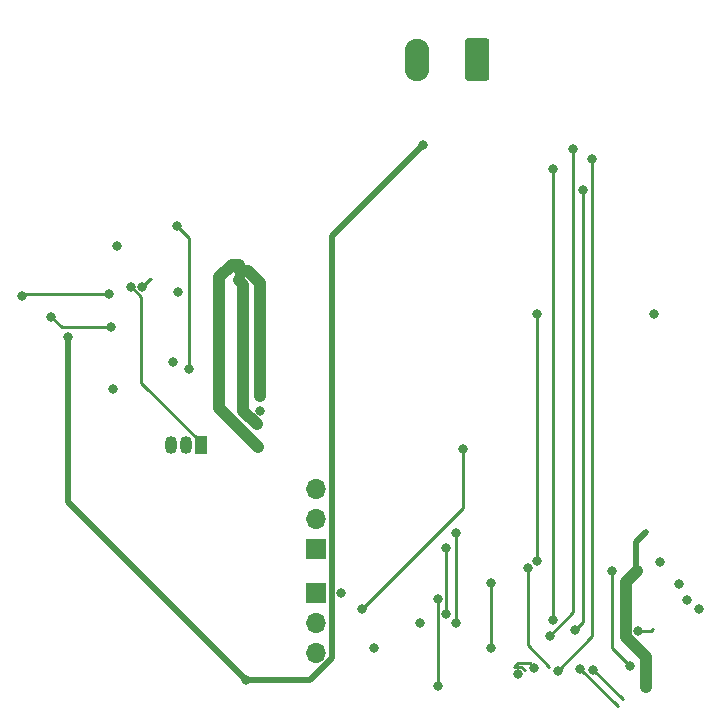
<source format=gbr>
G04 #@! TF.GenerationSoftware,KiCad,Pcbnew,(5.1.10)-1*
G04 #@! TF.CreationDate,2021-05-18T15:00:51+02:00*
G04 #@! TF.ProjectId,PEE50_MPPT,50454535-305f-44d5-9050-542e6b696361,rev?*
G04 #@! TF.SameCoordinates,Original*
G04 #@! TF.FileFunction,Copper,L2,Bot*
G04 #@! TF.FilePolarity,Positive*
%FSLAX46Y46*%
G04 Gerber Fmt 4.6, Leading zero omitted, Abs format (unit mm)*
G04 Created by KiCad (PCBNEW (5.1.10)-1) date 2021-05-18 15:00:51*
%MOMM*%
%LPD*%
G01*
G04 APERTURE LIST*
G04 #@! TA.AperFunction,ComponentPad*
%ADD10O,1.700000X1.700000*%
G04 #@! TD*
G04 #@! TA.AperFunction,ComponentPad*
%ADD11R,1.700000X1.700000*%
G04 #@! TD*
G04 #@! TA.AperFunction,ComponentPad*
%ADD12O,2.080000X3.600000*%
G04 #@! TD*
G04 #@! TA.AperFunction,ComponentPad*
%ADD13R,1.050000X1.500000*%
G04 #@! TD*
G04 #@! TA.AperFunction,ComponentPad*
%ADD14O,1.050000X1.500000*%
G04 #@! TD*
G04 #@! TA.AperFunction,ViaPad*
%ADD15C,0.800000*%
G04 #@! TD*
G04 #@! TA.AperFunction,Conductor*
%ADD16C,0.250000*%
G04 #@! TD*
G04 #@! TA.AperFunction,Conductor*
%ADD17C,0.500000*%
G04 #@! TD*
G04 #@! TA.AperFunction,Conductor*
%ADD18C,1.000000*%
G04 #@! TD*
G04 APERTURE END LIST*
D10*
X53340000Y-96456500D03*
X53340000Y-98996500D03*
D11*
X53340000Y-101536500D03*
X53340000Y-105283000D03*
D10*
X53340000Y-107823000D03*
X53340000Y-110363000D03*
D12*
X61899799Y-60121801D03*
G04 #@! TA.AperFunction,ComponentPad*
G36*
G01*
X68019799Y-58571798D02*
X68019799Y-61671804D01*
G75*
G02*
X67769802Y-61921801I-249997J0D01*
G01*
X66189796Y-61921801D01*
G75*
G02*
X65939799Y-61671804I0J249997D01*
G01*
X65939799Y-58571798D01*
G75*
G02*
X66189796Y-58321801I249997J0D01*
G01*
X67769802Y-58321801D01*
G75*
G02*
X68019799Y-58571798I0J-249997D01*
G01*
G37*
G04 #@! TD.AperFunction*
D13*
X43611799Y-92760801D03*
D14*
X41071799Y-92760801D03*
X42341799Y-92760801D03*
D15*
X36131500Y-88011000D03*
X38575000Y-79375000D03*
X41671799Y-79819500D03*
X58229500Y-109982000D03*
X62158499Y-107814999D03*
X41211500Y-85725000D03*
X36475000Y-75900000D03*
X84074000Y-104521000D03*
X80581500Y-108521500D03*
X47371000Y-112649000D03*
X62387937Y-67402302D03*
X32308799Y-83616799D03*
X80518000Y-103404500D03*
X81280000Y-113284000D03*
X46799500Y-77533500D03*
X46777452Y-78800148D03*
X48310799Y-90982801D03*
X48564799Y-89839801D03*
X48437799Y-92887801D03*
X48437799Y-92887801D03*
X48437799Y-92887801D03*
X48437799Y-92887801D03*
X48437799Y-92887801D03*
X47421799Y-91871801D03*
X47177451Y-89849453D03*
X48564799Y-88569801D03*
X46151799Y-90601801D03*
X71818500Y-111633000D03*
X55435500Y-105283000D03*
X78359000Y-103404500D03*
X79946500Y-111506000D03*
X68135500Y-109939999D03*
X68135500Y-104457500D03*
X63700500Y-105791000D03*
X63690500Y-113157000D03*
X70424058Y-112143558D03*
X71247000Y-103187500D03*
X35825000Y-80000000D03*
X28435300Y-80124300D03*
X64325500Y-101473000D03*
X64325500Y-107061000D03*
X65151000Y-100203000D03*
X65151000Y-107823000D03*
X65775000Y-93075000D03*
X57204696Y-106679700D03*
X37642799Y-79350000D03*
X41579799Y-74218801D03*
X42595799Y-86283801D03*
X84709000Y-105918000D03*
X85788500Y-106616500D03*
X82486500Y-102679500D03*
X35941000Y-82804000D03*
X30924500Y-81915000D03*
X72015223Y-102547314D03*
X72072500Y-81661000D03*
X81915000Y-81661000D03*
X73152000Y-108902500D03*
X75125000Y-67700000D03*
X73787000Y-111887000D03*
X76708000Y-68580000D03*
X73374854Y-107539998D03*
X73374999Y-69375000D03*
X75247500Y-108458000D03*
X75946000Y-71183500D03*
X75692000Y-111696500D03*
X76793002Y-111772196D03*
D16*
X38575000Y-79375000D02*
X39250000Y-78700000D01*
X39250000Y-78700000D02*
X39400000Y-78700000D01*
X80581500Y-108521500D02*
X81661000Y-108521500D01*
X81661000Y-108521500D02*
X81851500Y-108331000D01*
D17*
X52830002Y-112649000D02*
X47371000Y-112649000D01*
X54685499Y-110793503D02*
X52830002Y-112649000D01*
X54685499Y-75104740D02*
X54685499Y-110793503D01*
X62387937Y-67402302D02*
X54685499Y-75104740D01*
X47371000Y-112649000D02*
X32308799Y-97586799D01*
X32308799Y-97586799D02*
X32308799Y-83616799D01*
D18*
X81280000Y-110700002D02*
X81280000Y-113284000D01*
X79581499Y-104341001D02*
X79581499Y-109001501D01*
X79581499Y-109001501D02*
X81280000Y-110700002D01*
D17*
X80454500Y-100965000D02*
X80454500Y-103341000D01*
X80454500Y-103341000D02*
X80518000Y-103404500D01*
X80454500Y-100965000D02*
X81280000Y-100139500D01*
D18*
X80518000Y-103404500D02*
X79581499Y-104341001D01*
X47177451Y-79200147D02*
X47177451Y-89849453D01*
X46777452Y-78800148D02*
X47177451Y-79200147D01*
X47177451Y-89849453D02*
X48310799Y-90982801D01*
X46913799Y-78028801D02*
X47548799Y-78028801D01*
X47548799Y-78028801D02*
X48564799Y-79044801D01*
X48564799Y-79044801D02*
X48564799Y-88569801D01*
X46221114Y-77498301D02*
X46786799Y-77498301D01*
X45151798Y-78567617D02*
X46221114Y-77498301D01*
X48437799Y-92887801D02*
X48437799Y-92887801D01*
X45151798Y-89601800D02*
X45151798Y-78567617D01*
X48437799Y-92887801D02*
X47421799Y-91871801D01*
X48437799Y-92887801D02*
X48437799Y-92887801D01*
X48437799Y-92887801D02*
X48437799Y-92887801D01*
X48437799Y-92887801D02*
X48437799Y-92887801D01*
X48437799Y-92887801D02*
X48437799Y-92887801D01*
X47421799Y-91871801D02*
X46151799Y-90601801D01*
X47177451Y-89849453D02*
X47177451Y-89849453D01*
X46151799Y-90601801D02*
X45151798Y-89601800D01*
D16*
X70724059Y-111518557D02*
X71049059Y-111843557D01*
X70124057Y-111518557D02*
X70724059Y-111518557D01*
X71418501Y-111233001D02*
X70409613Y-111233001D01*
X70409613Y-111233001D02*
X70124057Y-111518557D01*
X71818500Y-111633000D02*
X71418501Y-111233001D01*
X78359000Y-103404500D02*
X78359000Y-109918500D01*
X78359000Y-109918500D02*
X79946500Y-111506000D01*
X68135500Y-109939999D02*
X68135500Y-104457500D01*
X63700500Y-113147000D02*
X63690500Y-113157000D01*
X63700500Y-105791000D02*
X63700500Y-113147000D01*
X71247000Y-109724000D02*
X73061999Y-111538999D01*
X71247000Y-103187500D02*
X71247000Y-109724000D01*
X35737799Y-79933801D02*
X28625799Y-79933801D01*
X28625799Y-79933801D02*
X28435300Y-80124300D01*
X28435300Y-80124300D02*
X28371799Y-80187801D01*
X64325500Y-101473000D02*
X64325500Y-107061000D01*
X65151000Y-100203000D02*
X65151000Y-107823000D01*
X65775000Y-93075000D02*
X65775000Y-98109396D01*
X60554698Y-103329698D02*
X57204696Y-106679700D01*
X65775000Y-98109396D02*
X60554698Y-103329698D01*
X38550798Y-87474800D02*
X43611799Y-92535801D01*
X43611799Y-92535801D02*
X43611799Y-92887801D01*
X38550798Y-80206800D02*
X37642799Y-79298801D01*
X38550798Y-81711801D02*
X38550798Y-80206800D01*
X38550798Y-81711801D02*
X38550798Y-87474800D01*
X42595799Y-75234801D02*
X41579799Y-74218801D01*
X42595799Y-86283801D02*
X42595799Y-75234801D01*
X31813500Y-82804000D02*
X30924500Y-81915000D01*
X35941000Y-82804000D02*
X31813500Y-82804000D01*
X72015223Y-81718277D02*
X72072500Y-81661000D01*
X72015223Y-102547314D02*
X72015223Y-81718277D01*
X73152000Y-108902500D02*
X75125000Y-106929500D01*
X75125000Y-106929500D02*
X75125000Y-67700000D01*
X73787000Y-111887000D02*
X76708000Y-108966000D01*
X76708000Y-108966000D02*
X76708000Y-68580000D01*
X73374854Y-107539998D02*
X73374854Y-69375145D01*
X73374854Y-69375145D02*
X73374999Y-69375000D01*
X75247500Y-108458000D02*
X75946000Y-107759500D01*
X75946000Y-107759500D02*
X75946000Y-71183500D01*
X75692000Y-111696500D02*
X78875000Y-114879500D01*
X79317010Y-114296204D02*
X76793002Y-111772196D01*
M02*

</source>
